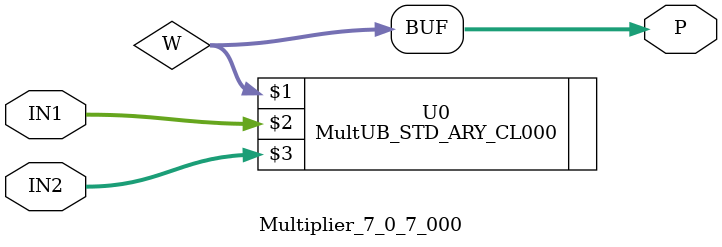
<source format=v>
module UB1BPPG_0_0(O, IN1, IN2);
  output O;
  input IN1;
  input IN2;
  assign O = IN1 & IN2;
endmodule

module UB1BPPG_1_0(O, IN1, IN2);
  output O;
  input IN1;
  input IN2;
  assign O = IN1 & IN2;
endmodule

module UB1BPPG_2_0(O, IN1, IN2);
  output O;
  input IN1;
  input IN2;
  assign O = IN1 & IN2;
endmodule

module UB1BPPG_3_0(O, IN1, IN2);
  output O;
  input IN1;
  input IN2;
  assign O = IN1 & IN2;
endmodule

module UB1BPPG_4_0(O, IN1, IN2);
  output O;
  input IN1;
  input IN2;
  assign O = IN1 & IN2;
endmodule

module UB1BPPG_5_0(O, IN1, IN2);
  output O;
  input IN1;
  input IN2;
  assign O = IN1 & IN2;
endmodule

module UB1BPPG_6_0(O, IN1, IN2);
  output O;
  input IN1;
  input IN2;
  assign O = IN1 & IN2;
endmodule

module UB1BPPG_7_0(O, IN1, IN2);
  output O;
  input IN1;
  input IN2;
  assign O = IN1 & IN2;
endmodule

module UB1BPPG_0_1(O, IN1, IN2);
  output O;
  input IN1;
  input IN2;
  assign O = IN1 & IN2;
endmodule

module UB1BPPG_1_1(O, IN1, IN2);
  output O;
  input IN1;
  input IN2;
  assign O = IN1 & IN2;
endmodule

module UB1BPPG_2_1(O, IN1, IN2);
  output O;
  input IN1;
  input IN2;
  assign O = IN1 & IN2;
endmodule

module UB1BPPG_3_1(O, IN1, IN2);
  output O;
  input IN1;
  input IN2;
  assign O = IN1 & IN2;
endmodule

module UB1BPPG_4_1(O, IN1, IN2);
  output O;
  input IN1;
  input IN2;
  assign O = IN1 & IN2;
endmodule

module UB1BPPG_5_1(O, IN1, IN2);
  output O;
  input IN1;
  input IN2;
  assign O = IN1 & IN2;
endmodule

module UB1BPPG_6_1(O, IN1, IN2);
  output O;
  input IN1;
  input IN2;
  assign O = IN1 & IN2;
endmodule

module UB1BPPG_7_1(O, IN1, IN2);
  output O;
  input IN1;
  input IN2;
  assign O = IN1 & IN2;
endmodule

module UB1BPPG_0_2(O, IN1, IN2);
  output O;
  input IN1;
  input IN2;
  assign O = IN1 & IN2;
endmodule

module UB1BPPG_1_2(O, IN1, IN2);
  output O;
  input IN1;
  input IN2;
  assign O = IN1 & IN2;
endmodule

module UB1BPPG_2_2(O, IN1, IN2);
  output O;
  input IN1;
  input IN2;
  assign O = IN1 & IN2;
endmodule

module UB1BPPG_3_2(O, IN1, IN2);
  output O;
  input IN1;
  input IN2;
  assign O = IN1 & IN2;
endmodule

module UB1BPPG_4_2(O, IN1, IN2);
  output O;
  input IN1;
  input IN2;
  assign O = IN1 & IN2;
endmodule

module UB1BPPG_5_2(O, IN1, IN2);
  output O;
  input IN1;
  input IN2;
  assign O = IN1 & IN2;
endmodule

module UB1BPPG_6_2(O, IN1, IN2);
  output O;
  input IN1;
  input IN2;
  assign O = IN1 & IN2;
endmodule

module UB1BPPG_7_2(O, IN1, IN2);
  output O;
  input IN1;
  input IN2;
  assign O = IN1 & IN2;
endmodule

module UB1BPPG_0_3(O, IN1, IN2);
  output O;
  input IN1;
  input IN2;
  assign O = IN1 & IN2;
endmodule

module UB1BPPG_1_3(O, IN1, IN2);
  output O;
  input IN1;
  input IN2;
  assign O = IN1 & IN2;
endmodule

module UB1BPPG_2_3(O, IN1, IN2);
  output O;
  input IN1;
  input IN2;
  assign O = IN1 & IN2;
endmodule

module UB1BPPG_3_3(O, IN1, IN2);
  output O;
  input IN1;
  input IN2;
  assign O = IN1 & IN2;
endmodule

module UB1BPPG_4_3(O, IN1, IN2);
  output O;
  input IN1;
  input IN2;
  assign O = IN1 & IN2;
endmodule

module UB1BPPG_5_3(O, IN1, IN2);
  output O;
  input IN1;
  input IN2;
  assign O = IN1 & IN2;
endmodule

module UB1BPPG_6_3(O, IN1, IN2);
  output O;
  input IN1;
  input IN2;
  assign O = IN1 & IN2;
endmodule

module UB1BPPG_7_3(O, IN1, IN2);
  output O;
  input IN1;
  input IN2;
  assign O = IN1 & IN2;
endmodule

module UB1BPPG_0_4(O, IN1, IN2);
  output O;
  input IN1;
  input IN2;
  assign O = IN1 & IN2;
endmodule

module UB1BPPG_1_4(O, IN1, IN2);
  output O;
  input IN1;
  input IN2;
  assign O = IN1 & IN2;
endmodule

module UB1BPPG_2_4(O, IN1, IN2);
  output O;
  input IN1;
  input IN2;
  assign O = IN1 & IN2;
endmodule

module UB1BPPG_3_4(O, IN1, IN2);
  output O;
  input IN1;
  input IN2;
  assign O = IN1 & IN2;
endmodule

module UB1BPPG_4_4(O, IN1, IN2);
  output O;
  input IN1;
  input IN2;
  assign O = IN1 & IN2;
endmodule

module UB1BPPG_5_4(O, IN1, IN2);
  output O;
  input IN1;
  input IN2;
  assign O = IN1 & IN2;
endmodule

module UB1BPPG_6_4(O, IN1, IN2);
  output O;
  input IN1;
  input IN2;
  assign O = IN1 & IN2;
endmodule

module UB1BPPG_7_4(O, IN1, IN2);
  output O;
  input IN1;
  input IN2;
  assign O = IN1 & IN2;
endmodule

module UB1BPPG_0_5(O, IN1, IN2);
  output O;
  input IN1;
  input IN2;
  assign O = IN1 & IN2;
endmodule

module UB1BPPG_1_5(O, IN1, IN2);
  output O;
  input IN1;
  input IN2;
  assign O = IN1 & IN2;
endmodule

module UB1BPPG_2_5(O, IN1, IN2);
  output O;
  input IN1;
  input IN2;
  assign O = IN1 & IN2;
endmodule

module UB1BPPG_3_5(O, IN1, IN2);
  output O;
  input IN1;
  input IN2;
  assign O = IN1 & IN2;
endmodule

module UB1BPPG_4_5(O, IN1, IN2);
  output O;
  input IN1;
  input IN2;
  assign O = IN1 & IN2;
endmodule

module UB1BPPG_5_5(O, IN1, IN2);
  output O;
  input IN1;
  input IN2;
  assign O = IN1 & IN2;
endmodule

module UB1BPPG_6_5(O, IN1, IN2);
  output O;
  input IN1;
  input IN2;
  assign O = IN1 & IN2;
endmodule

module UB1BPPG_7_5(O, IN1, IN2);
  output O;
  input IN1;
  input IN2;
  assign O = IN1 & IN2;
endmodule

module UB1BPPG_0_6(O, IN1, IN2);
  output O;
  input IN1;
  input IN2;
  assign O = IN1 & IN2;
endmodule

module UB1BPPG_1_6(O, IN1, IN2);
  output O;
  input IN1;
  input IN2;
  assign O = IN1 & IN2;
endmodule

module UB1BPPG_2_6(O, IN1, IN2);
  output O;
  input IN1;
  input IN2;
  assign O = IN1 & IN2;
endmodule

module UB1BPPG_3_6(O, IN1, IN2);
  output O;
  input IN1;
  input IN2;
  assign O = IN1 & IN2;
endmodule

module UB1BPPG_4_6(O, IN1, IN2);
  output O;
  input IN1;
  input IN2;
  assign O = IN1 & IN2;
endmodule

module UB1BPPG_5_6(O, IN1, IN2);
  output O;
  input IN1;
  input IN2;
  assign O = IN1 & IN2;
endmodule

module UB1BPPG_6_6(O, IN1, IN2);
  output O;
  input IN1;
  input IN2;
  assign O = IN1 & IN2;
endmodule

module UB1BPPG_7_6(O, IN1, IN2);
  output O;
  input IN1;
  input IN2;
  assign O = IN1 & IN2;
endmodule

module UB1BPPG_0_7(O, IN1, IN2);
  output O;
  input IN1;
  input IN2;
  assign O = IN1 & IN2;
endmodule

module UB1BPPG_1_7(O, IN1, IN2);
  output O;
  input IN1;
  input IN2;
  assign O = IN1 & IN2;
endmodule

module UB1BPPG_2_7(O, IN1, IN2);
  output O;
  input IN1;
  input IN2;
  assign O = IN1 & IN2;
endmodule

module UB1BPPG_3_7(O, IN1, IN2);
  output O;
  input IN1;
  input IN2;
  assign O = IN1 & IN2;
endmodule

module UB1BPPG_4_7(O, IN1, IN2);
  output O;
  input IN1;
  input IN2;
  assign O = IN1 & IN2;
endmodule

module UB1BPPG_5_7(O, IN1, IN2);
  output O;
  input IN1;
  input IN2;
  assign O = IN1 & IN2;
endmodule

module UB1BPPG_6_7(O, IN1, IN2);
  output O;
  input IN1;
  input IN2;
  assign O = IN1 & IN2;
endmodule

module UB1BPPG_7_7(O, IN1, IN2);
  output O;
  input IN1;
  input IN2;
  assign O = IN1 & IN2;
endmodule

module UB1DCON_0(O, I);
  output O;
  input I;
  assign O = I;
endmodule

module UBHA_1(C, S, X, Y);
  output C;
  output S;
  input X;
  input Y;
  GTECH_ADD_AB U0 (.A(X), .B(Y), .S(S), .COUT(C));
endmodule

module UBFA_2(C, S, X, Y, Z);
  output C;
  output S;
  input X;
  input Y;
  input Z;
  GTECH_ADD_ABC U0 (.A(X), .B(Y), .C(Z), .S(S), .COUT(C));
endmodule

module UBFA_3(C, S, X, Y, Z);
  output C;
  output S;
  input X;
  input Y;
  input Z;
  GTECH_ADD_ABC U0 (.A(X), .B(Y), .C(Z), .S(S), .COUT(C));
endmodule

module UBFA_4(C, S, X, Y, Z);
  output C;
  output S;
  input X;
  input Y;
  input Z;
  GTECH_ADD_ABC U0 (.A(X), .B(Y), .C(Z), .S(S), .COUT(C));
endmodule

module UBFA_5(C, S, X, Y, Z);
  output C;
  output S;
  input X;
  input Y;
  input Z;
  GTECH_ADD_ABC U0 (.A(X), .B(Y), .C(Z), .S(S), .COUT(C));
endmodule

module UBFA_6(C, S, X, Y, Z);
  output C;
  output S;
  input X;
  input Y;
  input Z;
  GTECH_ADD_ABC U0 (.A(X), .B(Y), .C(Z), .S(S), .COUT(C));
endmodule

module UBFA_7(C, S, X, Y, Z);
  output C;
  output S;
  input X;
  input Y;
  input Z;
  GTECH_ADD_ABC U0 (.A(X), .B(Y), .C(Z), .S(S), .COUT(C));
endmodule

module UBHA_8(C, S, X, Y);
  output C;
  output S;
  input X;
  input Y;
  GTECH_ADD_AB U0 (.A(X), .B(Y), .S(S), .COUT(C));
endmodule

module UB1DCON_9(O, I);
  output O;
  input I;
  assign O = I;
endmodule

module UB1DCON_1(O, I);
  output O;
  input I;
  assign O = I;
endmodule

module UBHA_2(C, S, X, Y);
  output C;
  output S;
  input X;
  input Y;
  GTECH_ADD_AB U0 (.A(X), .B(Y), .S(S), .COUT(C));
endmodule

module UBFA_8(C, S, X, Y, Z);
  output C;
  output S;
  input X;
  input Y;
  input Z;
  GTECH_ADD_ABC U0 (.A(X), .B(Y), .C(Z), .S(S), .COUT(C));
endmodule

module UBFA_9(C, S, X, Y, Z);
  output C;
  output S;
  input X;
  input Y;
  input Z;
  GTECH_ADD_ABC U0 (.A(X), .B(Y), .C(Z), .S(S), .COUT(C));
endmodule

module UB1DCON_10(O, I);
  output O;
  input I;
  assign O = I;
endmodule

module UB1DCON_2(O, I);
  output O;
  input I;
  assign O = I;
endmodule

module UBHA_3(C, S, X, Y);
  output C;
  output S;
  input X;
  input Y;
  GTECH_ADD_AB U0 (.A(X), .B(Y), .S(S), .COUT(C));
endmodule

module UBFA_10(C, S, X, Y, Z);
  output C;
  output S;
  input X;
  input Y;
  input Z;
  GTECH_ADD_ABC U0 (.A(X), .B(Y), .C(Z), .S(S), .COUT(C));
endmodule

module UB1DCON_11(O, I);
  output O;
  input I;
  assign O = I;
endmodule

module UB1DCON_3(O, I);
  output O;
  input I;
  assign O = I;
endmodule

module UBHA_4(C, S, X, Y);
  output C;
  output S;
  input X;
  input Y;
  GTECH_ADD_AB U0 (.A(X), .B(Y), .S(S), .COUT(C));
endmodule

module UBFA_11(C, S, X, Y, Z);
  output C;
  output S;
  input X;
  input Y;
  input Z;
  GTECH_ADD_ABC U0 (.A(X), .B(Y), .C(Z), .S(S), .COUT(C));
endmodule

module UB1DCON_12(O, I);
  output O;
  input I;
  assign O = I;
endmodule

module UB1DCON_4(O, I);
  output O;
  input I;
  assign O = I;
endmodule

module UBHA_5(C, S, X, Y);
  output C;
  output S;
  input X;
  input Y;
  GTECH_ADD_AB U0 (.A(X), .B(Y), .S(S), .COUT(C));
endmodule

module UBFA_12(C, S, X, Y, Z);
  output C;
  output S;
  input X;
  input Y;
  input Z;
  GTECH_ADD_ABC U0 (.A(X), .B(Y), .C(Z), .S(S), .COUT(C));
endmodule

module UB1DCON_13(O, I);
  output O;
  input I;
  assign O = I;
endmodule

module UB1DCON_5(O, I);
  output O;
  input I;
  assign O = I;
endmodule

module UBHA_6(C, S, X, Y);
  output C;
  output S;
  input X;
  input Y;
  GTECH_ADD_AB U0 (.A(X), .B(Y), .S(S), .COUT(C));
endmodule

module UBFA_13(C, S, X, Y, Z);
  output C;
  output S;
  input X;
  input Y;
  input Z;
  GTECH_ADD_ABC U0 (.A(X), .B(Y), .C(Z), .S(S), .COUT(C));
endmodule

module UB1DCON_14(O, I);
  output O;
  input I;
  assign O = I;
endmodule

module GPGenerator(Go, Po, A, B);
  output Go;
  output Po;
  input A;
  input B;
  assign Go = A & B;
  assign Po = A ^ B;
endmodule

module CLAUnit_8(C, G, P, Cin);
  output [8:1] C;
  input Cin;
  input [7:0] G;
  input [7:0] P;
  assign C[1] = G[0] | ( P[0] & Cin );
  assign C[2] = G[1] | ( P[1] & G[0] ) | ( P[1] & P[0] & Cin );
  assign C[3] = G[2] | ( P[2] & G[1] ) | ( P[2] & P[1] & G[0] ) | ( P[2] & P[1] & P[0] & Cin );
  assign C[4] = G[3] | ( P[3] & G[2] ) | ( P[3] & P[2] & G[1] ) | ( P[3] & P[2] & P[1] & G[0] ) | ( P[3] & P[2] & P[1] & P[0] & Cin );
  assign C[5] = G[4] | ( P[4] & G[3] ) | ( P[4] & P[3] & G[2] ) | ( P[4] & P[3] & P[2] & G[1] ) | ( P[4] & P[3] & P[2] & P[1] & G[0] ) | ( P[4] & P[3] & P[2] & P[1] & P[0] & Cin );
  assign C[6] = G[5] | ( P[5] & G[4] ) | ( P[5] & P[4] & G[3] ) | ( P[5] & P[4] & P[3] & G[2] ) | ( P[5] & P[4] & P[3] & P[2] & G[1] ) | ( P[5] & P[4] & P[3] & P[2] & P[1] & G[0] ) | ( P[5] & P[4] & P[3]
 & P[2] & P[1] & P[0] & Cin );
  assign C[7] = G[6] | ( P[6] & G[5] ) | ( P[6] & P[5] & G[4] ) | ( P[6] & P[5] & P[4] & G[3] ) | ( P[6] & P[5] & P[4] & P[3] & G[2] ) | ( P[6] & P[5] & P[4] & P[3] & P[2] & G[1] ) | ( P[6] & P[5] & P[4]
 & P[3] & P[2] & P[1] & G[0] ) | ( P[6] & P[5] & P[4] & P[3] & P[2] & P[1] & P[0] & Cin );
  assign C[8] = G[7] | ( P[7] & G[6] ) | ( P[7] & P[6] & G[5] ) | ( P[7] & P[6] & P[5] & G[4] ) | ( P[7] & P[6] & P[5] & P[4] & G[3] ) | ( P[7] & P[6] & P[5] & P[4] & P[3] & G[2] ) | ( P[7] & P[6] & P[5]
 & P[4] & P[3] & P[2] & G[1] ) | ( P[7] & P[6] & P[5] & P[4] & P[3] & P[2] & P[1] & G[0] ) | ( P[7] & P[6] & P[5] & P[4] & P[3] & P[2] & P[1] & P[0] & Cin );
endmodule

module UBPriCLA_14_7(S, X, Y, Cin);
  output [15:7] S;
  input Cin;
  input [14:7] X;
  input [14:7] Y;
  wire [15:8] C;
  wire [14:7] G;
  wire [14:7] P;
  assign S[7] = Cin ^ P[7];
  assign S[8] = C[8] ^ P[8];
  assign S[9] = C[9] ^ P[9];
  assign S[10] = C[10] ^ P[10];
  assign S[11] = C[11] ^ P[11];
  assign S[12] = C[12] ^ P[12];
  assign S[13] = C[13] ^ P[13];
  assign S[14] = C[14] ^ P[14];
  assign S[15] = C[15];
  GPGenerator U0 (G[7], P[7], X[7], Y[7]);
  GPGenerator U1 (G[8], P[8], X[8], Y[8]);
  GPGenerator U2 (G[9], P[9], X[9], Y[9]);
  GPGenerator U3 (G[10], P[10], X[10], Y[10]);
  GPGenerator U4 (G[11], P[11], X[11], Y[11]);
  GPGenerator U5 (G[12], P[12], X[12], Y[12]);
  GPGenerator U6 (G[13], P[13], X[13], Y[13]);
  GPGenerator U7 (G[14], P[14], X[14], Y[14]);
  CLAUnit_8 U8 (C, G, P, Cin);
endmodule

module UBZero_7_7(O);
  output [7:7] O;
  assign O[7] = 0;
endmodule

module UB1DCON_6(O, I);
  output O;
  input I;
  assign O = I;
endmodule

module Multiplier_7_0_7_000(P, IN1, IN2);
  output [15:0] P;
  input [7:0] IN1;
  input [7:0] IN2;
  wire [15:0] W;
  assign P[0] = W[0];
  assign P[1] = W[1];
  assign P[2] = W[2];
  assign P[3] = W[3];
  assign P[4] = W[4];
  assign P[5] = W[5];
  assign P[6] = W[6];
  assign P[7] = W[7];
  assign P[8] = W[8];
  assign P[9] = W[9];
  assign P[10] = W[10];
  assign P[11] = W[11];
  assign P[12] = W[12];
  assign P[13] = W[13];
  assign P[14] = W[14];
  assign P[15] = W[15];
  MultUB_STD_ARY_CL000 U0 (W, IN1, IN2);
endmodule


</source>
